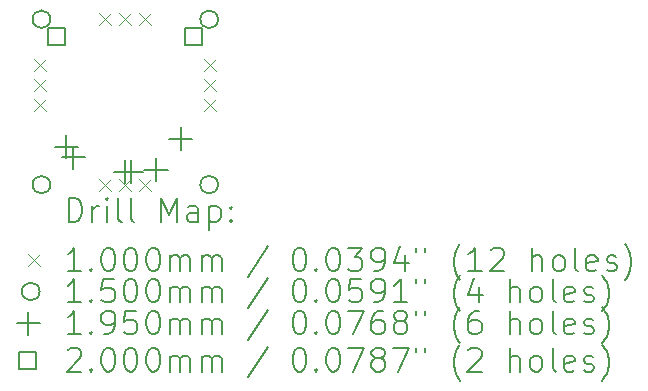
<source format=gbr>
%TF.GenerationSoftware,KiCad,Pcbnew,7.0.2*%
%TF.CreationDate,2023-05-08T22:42:52+02:00*%
%TF.ProjectId,verasity_PCB,76657261-7369-4747-995f-5043422e6b69,rev?*%
%TF.SameCoordinates,Original*%
%TF.FileFunction,Drillmap*%
%TF.FilePolarity,Positive*%
%FSLAX45Y45*%
G04 Gerber Fmt 4.5, Leading zero omitted, Abs format (unit mm)*
G04 Created by KiCad (PCBNEW 7.0.2) date 2023-05-08 22:42:52*
%MOMM*%
%LPD*%
G01*
G04 APERTURE LIST*
%ADD10C,0.200000*%
%ADD11C,0.100000*%
%ADD12C,0.150000*%
%ADD13C,0.195000*%
G04 APERTURE END LIST*
D10*
D11*
X6342000Y-8652000D02*
X6442000Y-8752000D01*
X6442000Y-8652000D02*
X6342000Y-8752000D01*
X6342000Y-8822000D02*
X6442000Y-8922000D01*
X6442000Y-8822000D02*
X6342000Y-8922000D01*
X6342000Y-8992000D02*
X6442000Y-9092000D01*
X6442000Y-8992000D02*
X6342000Y-9092000D01*
X6892000Y-8267000D02*
X6992000Y-8367000D01*
X6992000Y-8267000D02*
X6892000Y-8367000D01*
X6892000Y-9667000D02*
X6992000Y-9767000D01*
X6992000Y-9667000D02*
X6892000Y-9767000D01*
X7062000Y-8267000D02*
X7162000Y-8367000D01*
X7162000Y-8267000D02*
X7062000Y-8367000D01*
X7062000Y-9667000D02*
X7162000Y-9767000D01*
X7162000Y-9667000D02*
X7062000Y-9767000D01*
X7232000Y-8267000D02*
X7332000Y-8367000D01*
X7332000Y-8267000D02*
X7232000Y-8367000D01*
X7232000Y-9667000D02*
X7332000Y-9767000D01*
X7332000Y-9667000D02*
X7232000Y-9767000D01*
X7782000Y-8652000D02*
X7882000Y-8752000D01*
X7882000Y-8652000D02*
X7782000Y-8752000D01*
X7782000Y-8822000D02*
X7882000Y-8922000D01*
X7882000Y-8822000D02*
X7782000Y-8922000D01*
X7782000Y-8992000D02*
X7882000Y-9092000D01*
X7882000Y-8992000D02*
X7782000Y-9092000D01*
D12*
X6477000Y-8317000D02*
G75*
G03*
X6477000Y-8317000I-75000J0D01*
G01*
X6477000Y-9717000D02*
G75*
G03*
X6477000Y-9717000I-75000J0D01*
G01*
X7897000Y-8317000D02*
G75*
G03*
X7897000Y-8317000I-75000J0D01*
G01*
X7897000Y-9717000D02*
G75*
G03*
X7897000Y-9717000I-75000J0D01*
G01*
D13*
X6612000Y-9299500D02*
X6612000Y-9494500D01*
X6514500Y-9397000D02*
X6709500Y-9397000D01*
X6672000Y-9389500D02*
X6672000Y-9584500D01*
X6574500Y-9487000D02*
X6769500Y-9487000D01*
X7112000Y-9509500D02*
X7112000Y-9704500D01*
X7014500Y-9607000D02*
X7209500Y-9607000D01*
X7162000Y-9509500D02*
X7162000Y-9704500D01*
X7064500Y-9607000D02*
X7259500Y-9607000D01*
X7372000Y-9494500D02*
X7372000Y-9689500D01*
X7274500Y-9592000D02*
X7469500Y-9592000D01*
X7582000Y-9229500D02*
X7582000Y-9424500D01*
X7484500Y-9327000D02*
X7679500Y-9327000D01*
D10*
X6602711Y-8532711D02*
X6602711Y-8391289D01*
X6461289Y-8391289D01*
X6461289Y-8532711D01*
X6602711Y-8532711D01*
X7762711Y-8532711D02*
X7762711Y-8391289D01*
X7621289Y-8391289D01*
X7621289Y-8532711D01*
X7762711Y-8532711D01*
X6634119Y-10030024D02*
X6634119Y-9830024D01*
X6634119Y-9830024D02*
X6681738Y-9830024D01*
X6681738Y-9830024D02*
X6710309Y-9839548D01*
X6710309Y-9839548D02*
X6729357Y-9858595D01*
X6729357Y-9858595D02*
X6738881Y-9877643D01*
X6738881Y-9877643D02*
X6748405Y-9915738D01*
X6748405Y-9915738D02*
X6748405Y-9944310D01*
X6748405Y-9944310D02*
X6738881Y-9982405D01*
X6738881Y-9982405D02*
X6729357Y-10001452D01*
X6729357Y-10001452D02*
X6710309Y-10020500D01*
X6710309Y-10020500D02*
X6681738Y-10030024D01*
X6681738Y-10030024D02*
X6634119Y-10030024D01*
X6834119Y-10030024D02*
X6834119Y-9896690D01*
X6834119Y-9934786D02*
X6843643Y-9915738D01*
X6843643Y-9915738D02*
X6853167Y-9906214D01*
X6853167Y-9906214D02*
X6872214Y-9896690D01*
X6872214Y-9896690D02*
X6891262Y-9896690D01*
X6957928Y-10030024D02*
X6957928Y-9896690D01*
X6957928Y-9830024D02*
X6948405Y-9839548D01*
X6948405Y-9839548D02*
X6957928Y-9849071D01*
X6957928Y-9849071D02*
X6967452Y-9839548D01*
X6967452Y-9839548D02*
X6957928Y-9830024D01*
X6957928Y-9830024D02*
X6957928Y-9849071D01*
X7081738Y-10030024D02*
X7062690Y-10020500D01*
X7062690Y-10020500D02*
X7053167Y-10001452D01*
X7053167Y-10001452D02*
X7053167Y-9830024D01*
X7186500Y-10030024D02*
X7167452Y-10020500D01*
X7167452Y-10020500D02*
X7157928Y-10001452D01*
X7157928Y-10001452D02*
X7157928Y-9830024D01*
X7415071Y-10030024D02*
X7415071Y-9830024D01*
X7415071Y-9830024D02*
X7481738Y-9972881D01*
X7481738Y-9972881D02*
X7548405Y-9830024D01*
X7548405Y-9830024D02*
X7548405Y-10030024D01*
X7729357Y-10030024D02*
X7729357Y-9925262D01*
X7729357Y-9925262D02*
X7719833Y-9906214D01*
X7719833Y-9906214D02*
X7700786Y-9896690D01*
X7700786Y-9896690D02*
X7662690Y-9896690D01*
X7662690Y-9896690D02*
X7643643Y-9906214D01*
X7729357Y-10020500D02*
X7710309Y-10030024D01*
X7710309Y-10030024D02*
X7662690Y-10030024D01*
X7662690Y-10030024D02*
X7643643Y-10020500D01*
X7643643Y-10020500D02*
X7634119Y-10001452D01*
X7634119Y-10001452D02*
X7634119Y-9982405D01*
X7634119Y-9982405D02*
X7643643Y-9963357D01*
X7643643Y-9963357D02*
X7662690Y-9953833D01*
X7662690Y-9953833D02*
X7710309Y-9953833D01*
X7710309Y-9953833D02*
X7729357Y-9944310D01*
X7824595Y-9896690D02*
X7824595Y-10096690D01*
X7824595Y-9906214D02*
X7843643Y-9896690D01*
X7843643Y-9896690D02*
X7881738Y-9896690D01*
X7881738Y-9896690D02*
X7900786Y-9906214D01*
X7900786Y-9906214D02*
X7910309Y-9915738D01*
X7910309Y-9915738D02*
X7919833Y-9934786D01*
X7919833Y-9934786D02*
X7919833Y-9991929D01*
X7919833Y-9991929D02*
X7910309Y-10010976D01*
X7910309Y-10010976D02*
X7900786Y-10020500D01*
X7900786Y-10020500D02*
X7881738Y-10030024D01*
X7881738Y-10030024D02*
X7843643Y-10030024D01*
X7843643Y-10030024D02*
X7824595Y-10020500D01*
X8005548Y-10010976D02*
X8015071Y-10020500D01*
X8015071Y-10020500D02*
X8005548Y-10030024D01*
X8005548Y-10030024D02*
X7996024Y-10020500D01*
X7996024Y-10020500D02*
X8005548Y-10010976D01*
X8005548Y-10010976D02*
X8005548Y-10030024D01*
X8005548Y-9906214D02*
X8015071Y-9915738D01*
X8015071Y-9915738D02*
X8005548Y-9925262D01*
X8005548Y-9925262D02*
X7996024Y-9915738D01*
X7996024Y-9915738D02*
X8005548Y-9906214D01*
X8005548Y-9906214D02*
X8005548Y-9925262D01*
D11*
X6286500Y-10307500D02*
X6386500Y-10407500D01*
X6386500Y-10307500D02*
X6286500Y-10407500D01*
D10*
X6738881Y-10450024D02*
X6624595Y-10450024D01*
X6681738Y-10450024D02*
X6681738Y-10250024D01*
X6681738Y-10250024D02*
X6662690Y-10278595D01*
X6662690Y-10278595D02*
X6643643Y-10297643D01*
X6643643Y-10297643D02*
X6624595Y-10307167D01*
X6824595Y-10430976D02*
X6834119Y-10440500D01*
X6834119Y-10440500D02*
X6824595Y-10450024D01*
X6824595Y-10450024D02*
X6815071Y-10440500D01*
X6815071Y-10440500D02*
X6824595Y-10430976D01*
X6824595Y-10430976D02*
X6824595Y-10450024D01*
X6957928Y-10250024D02*
X6976976Y-10250024D01*
X6976976Y-10250024D02*
X6996024Y-10259548D01*
X6996024Y-10259548D02*
X7005548Y-10269071D01*
X7005548Y-10269071D02*
X7015071Y-10288119D01*
X7015071Y-10288119D02*
X7024595Y-10326214D01*
X7024595Y-10326214D02*
X7024595Y-10373833D01*
X7024595Y-10373833D02*
X7015071Y-10411929D01*
X7015071Y-10411929D02*
X7005548Y-10430976D01*
X7005548Y-10430976D02*
X6996024Y-10440500D01*
X6996024Y-10440500D02*
X6976976Y-10450024D01*
X6976976Y-10450024D02*
X6957928Y-10450024D01*
X6957928Y-10450024D02*
X6938881Y-10440500D01*
X6938881Y-10440500D02*
X6929357Y-10430976D01*
X6929357Y-10430976D02*
X6919833Y-10411929D01*
X6919833Y-10411929D02*
X6910309Y-10373833D01*
X6910309Y-10373833D02*
X6910309Y-10326214D01*
X6910309Y-10326214D02*
X6919833Y-10288119D01*
X6919833Y-10288119D02*
X6929357Y-10269071D01*
X6929357Y-10269071D02*
X6938881Y-10259548D01*
X6938881Y-10259548D02*
X6957928Y-10250024D01*
X7148405Y-10250024D02*
X7167452Y-10250024D01*
X7167452Y-10250024D02*
X7186500Y-10259548D01*
X7186500Y-10259548D02*
X7196024Y-10269071D01*
X7196024Y-10269071D02*
X7205548Y-10288119D01*
X7205548Y-10288119D02*
X7215071Y-10326214D01*
X7215071Y-10326214D02*
X7215071Y-10373833D01*
X7215071Y-10373833D02*
X7205548Y-10411929D01*
X7205548Y-10411929D02*
X7196024Y-10430976D01*
X7196024Y-10430976D02*
X7186500Y-10440500D01*
X7186500Y-10440500D02*
X7167452Y-10450024D01*
X7167452Y-10450024D02*
X7148405Y-10450024D01*
X7148405Y-10450024D02*
X7129357Y-10440500D01*
X7129357Y-10440500D02*
X7119833Y-10430976D01*
X7119833Y-10430976D02*
X7110309Y-10411929D01*
X7110309Y-10411929D02*
X7100786Y-10373833D01*
X7100786Y-10373833D02*
X7100786Y-10326214D01*
X7100786Y-10326214D02*
X7110309Y-10288119D01*
X7110309Y-10288119D02*
X7119833Y-10269071D01*
X7119833Y-10269071D02*
X7129357Y-10259548D01*
X7129357Y-10259548D02*
X7148405Y-10250024D01*
X7338881Y-10250024D02*
X7357929Y-10250024D01*
X7357929Y-10250024D02*
X7376976Y-10259548D01*
X7376976Y-10259548D02*
X7386500Y-10269071D01*
X7386500Y-10269071D02*
X7396024Y-10288119D01*
X7396024Y-10288119D02*
X7405548Y-10326214D01*
X7405548Y-10326214D02*
X7405548Y-10373833D01*
X7405548Y-10373833D02*
X7396024Y-10411929D01*
X7396024Y-10411929D02*
X7386500Y-10430976D01*
X7386500Y-10430976D02*
X7376976Y-10440500D01*
X7376976Y-10440500D02*
X7357929Y-10450024D01*
X7357929Y-10450024D02*
X7338881Y-10450024D01*
X7338881Y-10450024D02*
X7319833Y-10440500D01*
X7319833Y-10440500D02*
X7310309Y-10430976D01*
X7310309Y-10430976D02*
X7300786Y-10411929D01*
X7300786Y-10411929D02*
X7291262Y-10373833D01*
X7291262Y-10373833D02*
X7291262Y-10326214D01*
X7291262Y-10326214D02*
X7300786Y-10288119D01*
X7300786Y-10288119D02*
X7310309Y-10269071D01*
X7310309Y-10269071D02*
X7319833Y-10259548D01*
X7319833Y-10259548D02*
X7338881Y-10250024D01*
X7491262Y-10450024D02*
X7491262Y-10316690D01*
X7491262Y-10335738D02*
X7500786Y-10326214D01*
X7500786Y-10326214D02*
X7519833Y-10316690D01*
X7519833Y-10316690D02*
X7548405Y-10316690D01*
X7548405Y-10316690D02*
X7567452Y-10326214D01*
X7567452Y-10326214D02*
X7576976Y-10345262D01*
X7576976Y-10345262D02*
X7576976Y-10450024D01*
X7576976Y-10345262D02*
X7586500Y-10326214D01*
X7586500Y-10326214D02*
X7605548Y-10316690D01*
X7605548Y-10316690D02*
X7634119Y-10316690D01*
X7634119Y-10316690D02*
X7653167Y-10326214D01*
X7653167Y-10326214D02*
X7662690Y-10345262D01*
X7662690Y-10345262D02*
X7662690Y-10450024D01*
X7757929Y-10450024D02*
X7757929Y-10316690D01*
X7757929Y-10335738D02*
X7767452Y-10326214D01*
X7767452Y-10326214D02*
X7786500Y-10316690D01*
X7786500Y-10316690D02*
X7815071Y-10316690D01*
X7815071Y-10316690D02*
X7834119Y-10326214D01*
X7834119Y-10326214D02*
X7843643Y-10345262D01*
X7843643Y-10345262D02*
X7843643Y-10450024D01*
X7843643Y-10345262D02*
X7853167Y-10326214D01*
X7853167Y-10326214D02*
X7872214Y-10316690D01*
X7872214Y-10316690D02*
X7900786Y-10316690D01*
X7900786Y-10316690D02*
X7919833Y-10326214D01*
X7919833Y-10326214D02*
X7929357Y-10345262D01*
X7929357Y-10345262D02*
X7929357Y-10450024D01*
X8319833Y-10240500D02*
X8148405Y-10497643D01*
X8576976Y-10250024D02*
X8596024Y-10250024D01*
X8596024Y-10250024D02*
X8615072Y-10259548D01*
X8615072Y-10259548D02*
X8624595Y-10269071D01*
X8624595Y-10269071D02*
X8634119Y-10288119D01*
X8634119Y-10288119D02*
X8643643Y-10326214D01*
X8643643Y-10326214D02*
X8643643Y-10373833D01*
X8643643Y-10373833D02*
X8634119Y-10411929D01*
X8634119Y-10411929D02*
X8624595Y-10430976D01*
X8624595Y-10430976D02*
X8615072Y-10440500D01*
X8615072Y-10440500D02*
X8596024Y-10450024D01*
X8596024Y-10450024D02*
X8576976Y-10450024D01*
X8576976Y-10450024D02*
X8557929Y-10440500D01*
X8557929Y-10440500D02*
X8548405Y-10430976D01*
X8548405Y-10430976D02*
X8538881Y-10411929D01*
X8538881Y-10411929D02*
X8529357Y-10373833D01*
X8529357Y-10373833D02*
X8529357Y-10326214D01*
X8529357Y-10326214D02*
X8538881Y-10288119D01*
X8538881Y-10288119D02*
X8548405Y-10269071D01*
X8548405Y-10269071D02*
X8557929Y-10259548D01*
X8557929Y-10259548D02*
X8576976Y-10250024D01*
X8729357Y-10430976D02*
X8738881Y-10440500D01*
X8738881Y-10440500D02*
X8729357Y-10450024D01*
X8729357Y-10450024D02*
X8719834Y-10440500D01*
X8719834Y-10440500D02*
X8729357Y-10430976D01*
X8729357Y-10430976D02*
X8729357Y-10450024D01*
X8862691Y-10250024D02*
X8881738Y-10250024D01*
X8881738Y-10250024D02*
X8900786Y-10259548D01*
X8900786Y-10259548D02*
X8910310Y-10269071D01*
X8910310Y-10269071D02*
X8919834Y-10288119D01*
X8919834Y-10288119D02*
X8929357Y-10326214D01*
X8929357Y-10326214D02*
X8929357Y-10373833D01*
X8929357Y-10373833D02*
X8919834Y-10411929D01*
X8919834Y-10411929D02*
X8910310Y-10430976D01*
X8910310Y-10430976D02*
X8900786Y-10440500D01*
X8900786Y-10440500D02*
X8881738Y-10450024D01*
X8881738Y-10450024D02*
X8862691Y-10450024D01*
X8862691Y-10450024D02*
X8843643Y-10440500D01*
X8843643Y-10440500D02*
X8834119Y-10430976D01*
X8834119Y-10430976D02*
X8824595Y-10411929D01*
X8824595Y-10411929D02*
X8815072Y-10373833D01*
X8815072Y-10373833D02*
X8815072Y-10326214D01*
X8815072Y-10326214D02*
X8824595Y-10288119D01*
X8824595Y-10288119D02*
X8834119Y-10269071D01*
X8834119Y-10269071D02*
X8843643Y-10259548D01*
X8843643Y-10259548D02*
X8862691Y-10250024D01*
X8996024Y-10250024D02*
X9119834Y-10250024D01*
X9119834Y-10250024D02*
X9053167Y-10326214D01*
X9053167Y-10326214D02*
X9081738Y-10326214D01*
X9081738Y-10326214D02*
X9100786Y-10335738D01*
X9100786Y-10335738D02*
X9110310Y-10345262D01*
X9110310Y-10345262D02*
X9119834Y-10364310D01*
X9119834Y-10364310D02*
X9119834Y-10411929D01*
X9119834Y-10411929D02*
X9110310Y-10430976D01*
X9110310Y-10430976D02*
X9100786Y-10440500D01*
X9100786Y-10440500D02*
X9081738Y-10450024D01*
X9081738Y-10450024D02*
X9024595Y-10450024D01*
X9024595Y-10450024D02*
X9005548Y-10440500D01*
X9005548Y-10440500D02*
X8996024Y-10430976D01*
X9215072Y-10450024D02*
X9253167Y-10450024D01*
X9253167Y-10450024D02*
X9272215Y-10440500D01*
X9272215Y-10440500D02*
X9281738Y-10430976D01*
X9281738Y-10430976D02*
X9300786Y-10402405D01*
X9300786Y-10402405D02*
X9310310Y-10364310D01*
X9310310Y-10364310D02*
X9310310Y-10288119D01*
X9310310Y-10288119D02*
X9300786Y-10269071D01*
X9300786Y-10269071D02*
X9291262Y-10259548D01*
X9291262Y-10259548D02*
X9272215Y-10250024D01*
X9272215Y-10250024D02*
X9234119Y-10250024D01*
X9234119Y-10250024D02*
X9215072Y-10259548D01*
X9215072Y-10259548D02*
X9205548Y-10269071D01*
X9205548Y-10269071D02*
X9196024Y-10288119D01*
X9196024Y-10288119D02*
X9196024Y-10335738D01*
X9196024Y-10335738D02*
X9205548Y-10354786D01*
X9205548Y-10354786D02*
X9215072Y-10364310D01*
X9215072Y-10364310D02*
X9234119Y-10373833D01*
X9234119Y-10373833D02*
X9272215Y-10373833D01*
X9272215Y-10373833D02*
X9291262Y-10364310D01*
X9291262Y-10364310D02*
X9300786Y-10354786D01*
X9300786Y-10354786D02*
X9310310Y-10335738D01*
X9481738Y-10316690D02*
X9481738Y-10450024D01*
X9434119Y-10240500D02*
X9386500Y-10383357D01*
X9386500Y-10383357D02*
X9510310Y-10383357D01*
X9576976Y-10250024D02*
X9576976Y-10288119D01*
X9653167Y-10250024D02*
X9653167Y-10288119D01*
X9948405Y-10526214D02*
X9938881Y-10516690D01*
X9938881Y-10516690D02*
X9919834Y-10488119D01*
X9919834Y-10488119D02*
X9910310Y-10469071D01*
X9910310Y-10469071D02*
X9900786Y-10440500D01*
X9900786Y-10440500D02*
X9891262Y-10392881D01*
X9891262Y-10392881D02*
X9891262Y-10354786D01*
X9891262Y-10354786D02*
X9900786Y-10307167D01*
X9900786Y-10307167D02*
X9910310Y-10278595D01*
X9910310Y-10278595D02*
X9919834Y-10259548D01*
X9919834Y-10259548D02*
X9938881Y-10230976D01*
X9938881Y-10230976D02*
X9948405Y-10221452D01*
X10129357Y-10450024D02*
X10015072Y-10450024D01*
X10072215Y-10450024D02*
X10072215Y-10250024D01*
X10072215Y-10250024D02*
X10053167Y-10278595D01*
X10053167Y-10278595D02*
X10034119Y-10297643D01*
X10034119Y-10297643D02*
X10015072Y-10307167D01*
X10205548Y-10269071D02*
X10215072Y-10259548D01*
X10215072Y-10259548D02*
X10234119Y-10250024D01*
X10234119Y-10250024D02*
X10281738Y-10250024D01*
X10281738Y-10250024D02*
X10300786Y-10259548D01*
X10300786Y-10259548D02*
X10310310Y-10269071D01*
X10310310Y-10269071D02*
X10319834Y-10288119D01*
X10319834Y-10288119D02*
X10319834Y-10307167D01*
X10319834Y-10307167D02*
X10310310Y-10335738D01*
X10310310Y-10335738D02*
X10196024Y-10450024D01*
X10196024Y-10450024D02*
X10319834Y-10450024D01*
X10557929Y-10450024D02*
X10557929Y-10250024D01*
X10643643Y-10450024D02*
X10643643Y-10345262D01*
X10643643Y-10345262D02*
X10634119Y-10326214D01*
X10634119Y-10326214D02*
X10615072Y-10316690D01*
X10615072Y-10316690D02*
X10586500Y-10316690D01*
X10586500Y-10316690D02*
X10567453Y-10326214D01*
X10567453Y-10326214D02*
X10557929Y-10335738D01*
X10767453Y-10450024D02*
X10748405Y-10440500D01*
X10748405Y-10440500D02*
X10738881Y-10430976D01*
X10738881Y-10430976D02*
X10729358Y-10411929D01*
X10729358Y-10411929D02*
X10729358Y-10354786D01*
X10729358Y-10354786D02*
X10738881Y-10335738D01*
X10738881Y-10335738D02*
X10748405Y-10326214D01*
X10748405Y-10326214D02*
X10767453Y-10316690D01*
X10767453Y-10316690D02*
X10796024Y-10316690D01*
X10796024Y-10316690D02*
X10815072Y-10326214D01*
X10815072Y-10326214D02*
X10824596Y-10335738D01*
X10824596Y-10335738D02*
X10834119Y-10354786D01*
X10834119Y-10354786D02*
X10834119Y-10411929D01*
X10834119Y-10411929D02*
X10824596Y-10430976D01*
X10824596Y-10430976D02*
X10815072Y-10440500D01*
X10815072Y-10440500D02*
X10796024Y-10450024D01*
X10796024Y-10450024D02*
X10767453Y-10450024D01*
X10948405Y-10450024D02*
X10929358Y-10440500D01*
X10929358Y-10440500D02*
X10919834Y-10421452D01*
X10919834Y-10421452D02*
X10919834Y-10250024D01*
X11100786Y-10440500D02*
X11081739Y-10450024D01*
X11081739Y-10450024D02*
X11043643Y-10450024D01*
X11043643Y-10450024D02*
X11024596Y-10440500D01*
X11024596Y-10440500D02*
X11015072Y-10421452D01*
X11015072Y-10421452D02*
X11015072Y-10345262D01*
X11015072Y-10345262D02*
X11024596Y-10326214D01*
X11024596Y-10326214D02*
X11043643Y-10316690D01*
X11043643Y-10316690D02*
X11081739Y-10316690D01*
X11081739Y-10316690D02*
X11100786Y-10326214D01*
X11100786Y-10326214D02*
X11110310Y-10345262D01*
X11110310Y-10345262D02*
X11110310Y-10364310D01*
X11110310Y-10364310D02*
X11015072Y-10383357D01*
X11186500Y-10440500D02*
X11205548Y-10450024D01*
X11205548Y-10450024D02*
X11243643Y-10450024D01*
X11243643Y-10450024D02*
X11262691Y-10440500D01*
X11262691Y-10440500D02*
X11272215Y-10421452D01*
X11272215Y-10421452D02*
X11272215Y-10411929D01*
X11272215Y-10411929D02*
X11262691Y-10392881D01*
X11262691Y-10392881D02*
X11243643Y-10383357D01*
X11243643Y-10383357D02*
X11215072Y-10383357D01*
X11215072Y-10383357D02*
X11196024Y-10373833D01*
X11196024Y-10373833D02*
X11186500Y-10354786D01*
X11186500Y-10354786D02*
X11186500Y-10345262D01*
X11186500Y-10345262D02*
X11196024Y-10326214D01*
X11196024Y-10326214D02*
X11215072Y-10316690D01*
X11215072Y-10316690D02*
X11243643Y-10316690D01*
X11243643Y-10316690D02*
X11262691Y-10326214D01*
X11338881Y-10526214D02*
X11348405Y-10516690D01*
X11348405Y-10516690D02*
X11367453Y-10488119D01*
X11367453Y-10488119D02*
X11376977Y-10469071D01*
X11376977Y-10469071D02*
X11386500Y-10440500D01*
X11386500Y-10440500D02*
X11396024Y-10392881D01*
X11396024Y-10392881D02*
X11396024Y-10354786D01*
X11396024Y-10354786D02*
X11386500Y-10307167D01*
X11386500Y-10307167D02*
X11376977Y-10278595D01*
X11376977Y-10278595D02*
X11367453Y-10259548D01*
X11367453Y-10259548D02*
X11348405Y-10230976D01*
X11348405Y-10230976D02*
X11338881Y-10221452D01*
D12*
X6386500Y-10621500D02*
G75*
G03*
X6386500Y-10621500I-75000J0D01*
G01*
D10*
X6738881Y-10714024D02*
X6624595Y-10714024D01*
X6681738Y-10714024D02*
X6681738Y-10514024D01*
X6681738Y-10514024D02*
X6662690Y-10542595D01*
X6662690Y-10542595D02*
X6643643Y-10561643D01*
X6643643Y-10561643D02*
X6624595Y-10571167D01*
X6824595Y-10694976D02*
X6834119Y-10704500D01*
X6834119Y-10704500D02*
X6824595Y-10714024D01*
X6824595Y-10714024D02*
X6815071Y-10704500D01*
X6815071Y-10704500D02*
X6824595Y-10694976D01*
X6824595Y-10694976D02*
X6824595Y-10714024D01*
X7015071Y-10514024D02*
X6919833Y-10514024D01*
X6919833Y-10514024D02*
X6910309Y-10609262D01*
X6910309Y-10609262D02*
X6919833Y-10599738D01*
X6919833Y-10599738D02*
X6938881Y-10590214D01*
X6938881Y-10590214D02*
X6986500Y-10590214D01*
X6986500Y-10590214D02*
X7005548Y-10599738D01*
X7005548Y-10599738D02*
X7015071Y-10609262D01*
X7015071Y-10609262D02*
X7024595Y-10628310D01*
X7024595Y-10628310D02*
X7024595Y-10675929D01*
X7024595Y-10675929D02*
X7015071Y-10694976D01*
X7015071Y-10694976D02*
X7005548Y-10704500D01*
X7005548Y-10704500D02*
X6986500Y-10714024D01*
X6986500Y-10714024D02*
X6938881Y-10714024D01*
X6938881Y-10714024D02*
X6919833Y-10704500D01*
X6919833Y-10704500D02*
X6910309Y-10694976D01*
X7148405Y-10514024D02*
X7167452Y-10514024D01*
X7167452Y-10514024D02*
X7186500Y-10523548D01*
X7186500Y-10523548D02*
X7196024Y-10533071D01*
X7196024Y-10533071D02*
X7205548Y-10552119D01*
X7205548Y-10552119D02*
X7215071Y-10590214D01*
X7215071Y-10590214D02*
X7215071Y-10637833D01*
X7215071Y-10637833D02*
X7205548Y-10675929D01*
X7205548Y-10675929D02*
X7196024Y-10694976D01*
X7196024Y-10694976D02*
X7186500Y-10704500D01*
X7186500Y-10704500D02*
X7167452Y-10714024D01*
X7167452Y-10714024D02*
X7148405Y-10714024D01*
X7148405Y-10714024D02*
X7129357Y-10704500D01*
X7129357Y-10704500D02*
X7119833Y-10694976D01*
X7119833Y-10694976D02*
X7110309Y-10675929D01*
X7110309Y-10675929D02*
X7100786Y-10637833D01*
X7100786Y-10637833D02*
X7100786Y-10590214D01*
X7100786Y-10590214D02*
X7110309Y-10552119D01*
X7110309Y-10552119D02*
X7119833Y-10533071D01*
X7119833Y-10533071D02*
X7129357Y-10523548D01*
X7129357Y-10523548D02*
X7148405Y-10514024D01*
X7338881Y-10514024D02*
X7357929Y-10514024D01*
X7357929Y-10514024D02*
X7376976Y-10523548D01*
X7376976Y-10523548D02*
X7386500Y-10533071D01*
X7386500Y-10533071D02*
X7396024Y-10552119D01*
X7396024Y-10552119D02*
X7405548Y-10590214D01*
X7405548Y-10590214D02*
X7405548Y-10637833D01*
X7405548Y-10637833D02*
X7396024Y-10675929D01*
X7396024Y-10675929D02*
X7386500Y-10694976D01*
X7386500Y-10694976D02*
X7376976Y-10704500D01*
X7376976Y-10704500D02*
X7357929Y-10714024D01*
X7357929Y-10714024D02*
X7338881Y-10714024D01*
X7338881Y-10714024D02*
X7319833Y-10704500D01*
X7319833Y-10704500D02*
X7310309Y-10694976D01*
X7310309Y-10694976D02*
X7300786Y-10675929D01*
X7300786Y-10675929D02*
X7291262Y-10637833D01*
X7291262Y-10637833D02*
X7291262Y-10590214D01*
X7291262Y-10590214D02*
X7300786Y-10552119D01*
X7300786Y-10552119D02*
X7310309Y-10533071D01*
X7310309Y-10533071D02*
X7319833Y-10523548D01*
X7319833Y-10523548D02*
X7338881Y-10514024D01*
X7491262Y-10714024D02*
X7491262Y-10580690D01*
X7491262Y-10599738D02*
X7500786Y-10590214D01*
X7500786Y-10590214D02*
X7519833Y-10580690D01*
X7519833Y-10580690D02*
X7548405Y-10580690D01*
X7548405Y-10580690D02*
X7567452Y-10590214D01*
X7567452Y-10590214D02*
X7576976Y-10609262D01*
X7576976Y-10609262D02*
X7576976Y-10714024D01*
X7576976Y-10609262D02*
X7586500Y-10590214D01*
X7586500Y-10590214D02*
X7605548Y-10580690D01*
X7605548Y-10580690D02*
X7634119Y-10580690D01*
X7634119Y-10580690D02*
X7653167Y-10590214D01*
X7653167Y-10590214D02*
X7662690Y-10609262D01*
X7662690Y-10609262D02*
X7662690Y-10714024D01*
X7757929Y-10714024D02*
X7757929Y-10580690D01*
X7757929Y-10599738D02*
X7767452Y-10590214D01*
X7767452Y-10590214D02*
X7786500Y-10580690D01*
X7786500Y-10580690D02*
X7815071Y-10580690D01*
X7815071Y-10580690D02*
X7834119Y-10590214D01*
X7834119Y-10590214D02*
X7843643Y-10609262D01*
X7843643Y-10609262D02*
X7843643Y-10714024D01*
X7843643Y-10609262D02*
X7853167Y-10590214D01*
X7853167Y-10590214D02*
X7872214Y-10580690D01*
X7872214Y-10580690D02*
X7900786Y-10580690D01*
X7900786Y-10580690D02*
X7919833Y-10590214D01*
X7919833Y-10590214D02*
X7929357Y-10609262D01*
X7929357Y-10609262D02*
X7929357Y-10714024D01*
X8319833Y-10504500D02*
X8148405Y-10761643D01*
X8576976Y-10514024D02*
X8596024Y-10514024D01*
X8596024Y-10514024D02*
X8615072Y-10523548D01*
X8615072Y-10523548D02*
X8624595Y-10533071D01*
X8624595Y-10533071D02*
X8634119Y-10552119D01*
X8634119Y-10552119D02*
X8643643Y-10590214D01*
X8643643Y-10590214D02*
X8643643Y-10637833D01*
X8643643Y-10637833D02*
X8634119Y-10675929D01*
X8634119Y-10675929D02*
X8624595Y-10694976D01*
X8624595Y-10694976D02*
X8615072Y-10704500D01*
X8615072Y-10704500D02*
X8596024Y-10714024D01*
X8596024Y-10714024D02*
X8576976Y-10714024D01*
X8576976Y-10714024D02*
X8557929Y-10704500D01*
X8557929Y-10704500D02*
X8548405Y-10694976D01*
X8548405Y-10694976D02*
X8538881Y-10675929D01*
X8538881Y-10675929D02*
X8529357Y-10637833D01*
X8529357Y-10637833D02*
X8529357Y-10590214D01*
X8529357Y-10590214D02*
X8538881Y-10552119D01*
X8538881Y-10552119D02*
X8548405Y-10533071D01*
X8548405Y-10533071D02*
X8557929Y-10523548D01*
X8557929Y-10523548D02*
X8576976Y-10514024D01*
X8729357Y-10694976D02*
X8738881Y-10704500D01*
X8738881Y-10704500D02*
X8729357Y-10714024D01*
X8729357Y-10714024D02*
X8719834Y-10704500D01*
X8719834Y-10704500D02*
X8729357Y-10694976D01*
X8729357Y-10694976D02*
X8729357Y-10714024D01*
X8862691Y-10514024D02*
X8881738Y-10514024D01*
X8881738Y-10514024D02*
X8900786Y-10523548D01*
X8900786Y-10523548D02*
X8910310Y-10533071D01*
X8910310Y-10533071D02*
X8919834Y-10552119D01*
X8919834Y-10552119D02*
X8929357Y-10590214D01*
X8929357Y-10590214D02*
X8929357Y-10637833D01*
X8929357Y-10637833D02*
X8919834Y-10675929D01*
X8919834Y-10675929D02*
X8910310Y-10694976D01*
X8910310Y-10694976D02*
X8900786Y-10704500D01*
X8900786Y-10704500D02*
X8881738Y-10714024D01*
X8881738Y-10714024D02*
X8862691Y-10714024D01*
X8862691Y-10714024D02*
X8843643Y-10704500D01*
X8843643Y-10704500D02*
X8834119Y-10694976D01*
X8834119Y-10694976D02*
X8824595Y-10675929D01*
X8824595Y-10675929D02*
X8815072Y-10637833D01*
X8815072Y-10637833D02*
X8815072Y-10590214D01*
X8815072Y-10590214D02*
X8824595Y-10552119D01*
X8824595Y-10552119D02*
X8834119Y-10533071D01*
X8834119Y-10533071D02*
X8843643Y-10523548D01*
X8843643Y-10523548D02*
X8862691Y-10514024D01*
X9110310Y-10514024D02*
X9015072Y-10514024D01*
X9015072Y-10514024D02*
X9005548Y-10609262D01*
X9005548Y-10609262D02*
X9015072Y-10599738D01*
X9015072Y-10599738D02*
X9034119Y-10590214D01*
X9034119Y-10590214D02*
X9081738Y-10590214D01*
X9081738Y-10590214D02*
X9100786Y-10599738D01*
X9100786Y-10599738D02*
X9110310Y-10609262D01*
X9110310Y-10609262D02*
X9119834Y-10628310D01*
X9119834Y-10628310D02*
X9119834Y-10675929D01*
X9119834Y-10675929D02*
X9110310Y-10694976D01*
X9110310Y-10694976D02*
X9100786Y-10704500D01*
X9100786Y-10704500D02*
X9081738Y-10714024D01*
X9081738Y-10714024D02*
X9034119Y-10714024D01*
X9034119Y-10714024D02*
X9015072Y-10704500D01*
X9015072Y-10704500D02*
X9005548Y-10694976D01*
X9215072Y-10714024D02*
X9253167Y-10714024D01*
X9253167Y-10714024D02*
X9272215Y-10704500D01*
X9272215Y-10704500D02*
X9281738Y-10694976D01*
X9281738Y-10694976D02*
X9300786Y-10666405D01*
X9300786Y-10666405D02*
X9310310Y-10628310D01*
X9310310Y-10628310D02*
X9310310Y-10552119D01*
X9310310Y-10552119D02*
X9300786Y-10533071D01*
X9300786Y-10533071D02*
X9291262Y-10523548D01*
X9291262Y-10523548D02*
X9272215Y-10514024D01*
X9272215Y-10514024D02*
X9234119Y-10514024D01*
X9234119Y-10514024D02*
X9215072Y-10523548D01*
X9215072Y-10523548D02*
X9205548Y-10533071D01*
X9205548Y-10533071D02*
X9196024Y-10552119D01*
X9196024Y-10552119D02*
X9196024Y-10599738D01*
X9196024Y-10599738D02*
X9205548Y-10618786D01*
X9205548Y-10618786D02*
X9215072Y-10628310D01*
X9215072Y-10628310D02*
X9234119Y-10637833D01*
X9234119Y-10637833D02*
X9272215Y-10637833D01*
X9272215Y-10637833D02*
X9291262Y-10628310D01*
X9291262Y-10628310D02*
X9300786Y-10618786D01*
X9300786Y-10618786D02*
X9310310Y-10599738D01*
X9500786Y-10714024D02*
X9386500Y-10714024D01*
X9443643Y-10714024D02*
X9443643Y-10514024D01*
X9443643Y-10514024D02*
X9424595Y-10542595D01*
X9424595Y-10542595D02*
X9405548Y-10561643D01*
X9405548Y-10561643D02*
X9386500Y-10571167D01*
X9576976Y-10514024D02*
X9576976Y-10552119D01*
X9653167Y-10514024D02*
X9653167Y-10552119D01*
X9948405Y-10790214D02*
X9938881Y-10780690D01*
X9938881Y-10780690D02*
X9919834Y-10752119D01*
X9919834Y-10752119D02*
X9910310Y-10733071D01*
X9910310Y-10733071D02*
X9900786Y-10704500D01*
X9900786Y-10704500D02*
X9891262Y-10656881D01*
X9891262Y-10656881D02*
X9891262Y-10618786D01*
X9891262Y-10618786D02*
X9900786Y-10571167D01*
X9900786Y-10571167D02*
X9910310Y-10542595D01*
X9910310Y-10542595D02*
X9919834Y-10523548D01*
X9919834Y-10523548D02*
X9938881Y-10494976D01*
X9938881Y-10494976D02*
X9948405Y-10485452D01*
X10110310Y-10580690D02*
X10110310Y-10714024D01*
X10062691Y-10504500D02*
X10015072Y-10647357D01*
X10015072Y-10647357D02*
X10138881Y-10647357D01*
X10367453Y-10714024D02*
X10367453Y-10514024D01*
X10453167Y-10714024D02*
X10453167Y-10609262D01*
X10453167Y-10609262D02*
X10443643Y-10590214D01*
X10443643Y-10590214D02*
X10424596Y-10580690D01*
X10424596Y-10580690D02*
X10396024Y-10580690D01*
X10396024Y-10580690D02*
X10376977Y-10590214D01*
X10376977Y-10590214D02*
X10367453Y-10599738D01*
X10576977Y-10714024D02*
X10557929Y-10704500D01*
X10557929Y-10704500D02*
X10548405Y-10694976D01*
X10548405Y-10694976D02*
X10538881Y-10675929D01*
X10538881Y-10675929D02*
X10538881Y-10618786D01*
X10538881Y-10618786D02*
X10548405Y-10599738D01*
X10548405Y-10599738D02*
X10557929Y-10590214D01*
X10557929Y-10590214D02*
X10576977Y-10580690D01*
X10576977Y-10580690D02*
X10605548Y-10580690D01*
X10605548Y-10580690D02*
X10624596Y-10590214D01*
X10624596Y-10590214D02*
X10634119Y-10599738D01*
X10634119Y-10599738D02*
X10643643Y-10618786D01*
X10643643Y-10618786D02*
X10643643Y-10675929D01*
X10643643Y-10675929D02*
X10634119Y-10694976D01*
X10634119Y-10694976D02*
X10624596Y-10704500D01*
X10624596Y-10704500D02*
X10605548Y-10714024D01*
X10605548Y-10714024D02*
X10576977Y-10714024D01*
X10757929Y-10714024D02*
X10738881Y-10704500D01*
X10738881Y-10704500D02*
X10729358Y-10685452D01*
X10729358Y-10685452D02*
X10729358Y-10514024D01*
X10910310Y-10704500D02*
X10891262Y-10714024D01*
X10891262Y-10714024D02*
X10853167Y-10714024D01*
X10853167Y-10714024D02*
X10834119Y-10704500D01*
X10834119Y-10704500D02*
X10824596Y-10685452D01*
X10824596Y-10685452D02*
X10824596Y-10609262D01*
X10824596Y-10609262D02*
X10834119Y-10590214D01*
X10834119Y-10590214D02*
X10853167Y-10580690D01*
X10853167Y-10580690D02*
X10891262Y-10580690D01*
X10891262Y-10580690D02*
X10910310Y-10590214D01*
X10910310Y-10590214D02*
X10919834Y-10609262D01*
X10919834Y-10609262D02*
X10919834Y-10628310D01*
X10919834Y-10628310D02*
X10824596Y-10647357D01*
X10996024Y-10704500D02*
X11015072Y-10714024D01*
X11015072Y-10714024D02*
X11053167Y-10714024D01*
X11053167Y-10714024D02*
X11072215Y-10704500D01*
X11072215Y-10704500D02*
X11081739Y-10685452D01*
X11081739Y-10685452D02*
X11081739Y-10675929D01*
X11081739Y-10675929D02*
X11072215Y-10656881D01*
X11072215Y-10656881D02*
X11053167Y-10647357D01*
X11053167Y-10647357D02*
X11024596Y-10647357D01*
X11024596Y-10647357D02*
X11005548Y-10637833D01*
X11005548Y-10637833D02*
X10996024Y-10618786D01*
X10996024Y-10618786D02*
X10996024Y-10609262D01*
X10996024Y-10609262D02*
X11005548Y-10590214D01*
X11005548Y-10590214D02*
X11024596Y-10580690D01*
X11024596Y-10580690D02*
X11053167Y-10580690D01*
X11053167Y-10580690D02*
X11072215Y-10590214D01*
X11148405Y-10790214D02*
X11157929Y-10780690D01*
X11157929Y-10780690D02*
X11176977Y-10752119D01*
X11176977Y-10752119D02*
X11186500Y-10733071D01*
X11186500Y-10733071D02*
X11196024Y-10704500D01*
X11196024Y-10704500D02*
X11205548Y-10656881D01*
X11205548Y-10656881D02*
X11205548Y-10618786D01*
X11205548Y-10618786D02*
X11196024Y-10571167D01*
X11196024Y-10571167D02*
X11186500Y-10542595D01*
X11186500Y-10542595D02*
X11176977Y-10523548D01*
X11176977Y-10523548D02*
X11157929Y-10494976D01*
X11157929Y-10494976D02*
X11148405Y-10485452D01*
D13*
X6289000Y-10794000D02*
X6289000Y-10989000D01*
X6191500Y-10891500D02*
X6386500Y-10891500D01*
D10*
X6738881Y-10984024D02*
X6624595Y-10984024D01*
X6681738Y-10984024D02*
X6681738Y-10784024D01*
X6681738Y-10784024D02*
X6662690Y-10812595D01*
X6662690Y-10812595D02*
X6643643Y-10831643D01*
X6643643Y-10831643D02*
X6624595Y-10841167D01*
X6824595Y-10964976D02*
X6834119Y-10974500D01*
X6834119Y-10974500D02*
X6824595Y-10984024D01*
X6824595Y-10984024D02*
X6815071Y-10974500D01*
X6815071Y-10974500D02*
X6824595Y-10964976D01*
X6824595Y-10964976D02*
X6824595Y-10984024D01*
X6929357Y-10984024D02*
X6967452Y-10984024D01*
X6967452Y-10984024D02*
X6986500Y-10974500D01*
X6986500Y-10974500D02*
X6996024Y-10964976D01*
X6996024Y-10964976D02*
X7015071Y-10936405D01*
X7015071Y-10936405D02*
X7024595Y-10898310D01*
X7024595Y-10898310D02*
X7024595Y-10822119D01*
X7024595Y-10822119D02*
X7015071Y-10803071D01*
X7015071Y-10803071D02*
X7005548Y-10793548D01*
X7005548Y-10793548D02*
X6986500Y-10784024D01*
X6986500Y-10784024D02*
X6948405Y-10784024D01*
X6948405Y-10784024D02*
X6929357Y-10793548D01*
X6929357Y-10793548D02*
X6919833Y-10803071D01*
X6919833Y-10803071D02*
X6910309Y-10822119D01*
X6910309Y-10822119D02*
X6910309Y-10869738D01*
X6910309Y-10869738D02*
X6919833Y-10888786D01*
X6919833Y-10888786D02*
X6929357Y-10898310D01*
X6929357Y-10898310D02*
X6948405Y-10907833D01*
X6948405Y-10907833D02*
X6986500Y-10907833D01*
X6986500Y-10907833D02*
X7005548Y-10898310D01*
X7005548Y-10898310D02*
X7015071Y-10888786D01*
X7015071Y-10888786D02*
X7024595Y-10869738D01*
X7205548Y-10784024D02*
X7110309Y-10784024D01*
X7110309Y-10784024D02*
X7100786Y-10879262D01*
X7100786Y-10879262D02*
X7110309Y-10869738D01*
X7110309Y-10869738D02*
X7129357Y-10860214D01*
X7129357Y-10860214D02*
X7176976Y-10860214D01*
X7176976Y-10860214D02*
X7196024Y-10869738D01*
X7196024Y-10869738D02*
X7205548Y-10879262D01*
X7205548Y-10879262D02*
X7215071Y-10898310D01*
X7215071Y-10898310D02*
X7215071Y-10945929D01*
X7215071Y-10945929D02*
X7205548Y-10964976D01*
X7205548Y-10964976D02*
X7196024Y-10974500D01*
X7196024Y-10974500D02*
X7176976Y-10984024D01*
X7176976Y-10984024D02*
X7129357Y-10984024D01*
X7129357Y-10984024D02*
X7110309Y-10974500D01*
X7110309Y-10974500D02*
X7100786Y-10964976D01*
X7338881Y-10784024D02*
X7357929Y-10784024D01*
X7357929Y-10784024D02*
X7376976Y-10793548D01*
X7376976Y-10793548D02*
X7386500Y-10803071D01*
X7386500Y-10803071D02*
X7396024Y-10822119D01*
X7396024Y-10822119D02*
X7405548Y-10860214D01*
X7405548Y-10860214D02*
X7405548Y-10907833D01*
X7405548Y-10907833D02*
X7396024Y-10945929D01*
X7396024Y-10945929D02*
X7386500Y-10964976D01*
X7386500Y-10964976D02*
X7376976Y-10974500D01*
X7376976Y-10974500D02*
X7357929Y-10984024D01*
X7357929Y-10984024D02*
X7338881Y-10984024D01*
X7338881Y-10984024D02*
X7319833Y-10974500D01*
X7319833Y-10974500D02*
X7310309Y-10964976D01*
X7310309Y-10964976D02*
X7300786Y-10945929D01*
X7300786Y-10945929D02*
X7291262Y-10907833D01*
X7291262Y-10907833D02*
X7291262Y-10860214D01*
X7291262Y-10860214D02*
X7300786Y-10822119D01*
X7300786Y-10822119D02*
X7310309Y-10803071D01*
X7310309Y-10803071D02*
X7319833Y-10793548D01*
X7319833Y-10793548D02*
X7338881Y-10784024D01*
X7491262Y-10984024D02*
X7491262Y-10850690D01*
X7491262Y-10869738D02*
X7500786Y-10860214D01*
X7500786Y-10860214D02*
X7519833Y-10850690D01*
X7519833Y-10850690D02*
X7548405Y-10850690D01*
X7548405Y-10850690D02*
X7567452Y-10860214D01*
X7567452Y-10860214D02*
X7576976Y-10879262D01*
X7576976Y-10879262D02*
X7576976Y-10984024D01*
X7576976Y-10879262D02*
X7586500Y-10860214D01*
X7586500Y-10860214D02*
X7605548Y-10850690D01*
X7605548Y-10850690D02*
X7634119Y-10850690D01*
X7634119Y-10850690D02*
X7653167Y-10860214D01*
X7653167Y-10860214D02*
X7662690Y-10879262D01*
X7662690Y-10879262D02*
X7662690Y-10984024D01*
X7757929Y-10984024D02*
X7757929Y-10850690D01*
X7757929Y-10869738D02*
X7767452Y-10860214D01*
X7767452Y-10860214D02*
X7786500Y-10850690D01*
X7786500Y-10850690D02*
X7815071Y-10850690D01*
X7815071Y-10850690D02*
X7834119Y-10860214D01*
X7834119Y-10860214D02*
X7843643Y-10879262D01*
X7843643Y-10879262D02*
X7843643Y-10984024D01*
X7843643Y-10879262D02*
X7853167Y-10860214D01*
X7853167Y-10860214D02*
X7872214Y-10850690D01*
X7872214Y-10850690D02*
X7900786Y-10850690D01*
X7900786Y-10850690D02*
X7919833Y-10860214D01*
X7919833Y-10860214D02*
X7929357Y-10879262D01*
X7929357Y-10879262D02*
X7929357Y-10984024D01*
X8319833Y-10774500D02*
X8148405Y-11031643D01*
X8576976Y-10784024D02*
X8596024Y-10784024D01*
X8596024Y-10784024D02*
X8615072Y-10793548D01*
X8615072Y-10793548D02*
X8624595Y-10803071D01*
X8624595Y-10803071D02*
X8634119Y-10822119D01*
X8634119Y-10822119D02*
X8643643Y-10860214D01*
X8643643Y-10860214D02*
X8643643Y-10907833D01*
X8643643Y-10907833D02*
X8634119Y-10945929D01*
X8634119Y-10945929D02*
X8624595Y-10964976D01*
X8624595Y-10964976D02*
X8615072Y-10974500D01*
X8615072Y-10974500D02*
X8596024Y-10984024D01*
X8596024Y-10984024D02*
X8576976Y-10984024D01*
X8576976Y-10984024D02*
X8557929Y-10974500D01*
X8557929Y-10974500D02*
X8548405Y-10964976D01*
X8548405Y-10964976D02*
X8538881Y-10945929D01*
X8538881Y-10945929D02*
X8529357Y-10907833D01*
X8529357Y-10907833D02*
X8529357Y-10860214D01*
X8529357Y-10860214D02*
X8538881Y-10822119D01*
X8538881Y-10822119D02*
X8548405Y-10803071D01*
X8548405Y-10803071D02*
X8557929Y-10793548D01*
X8557929Y-10793548D02*
X8576976Y-10784024D01*
X8729357Y-10964976D02*
X8738881Y-10974500D01*
X8738881Y-10974500D02*
X8729357Y-10984024D01*
X8729357Y-10984024D02*
X8719834Y-10974500D01*
X8719834Y-10974500D02*
X8729357Y-10964976D01*
X8729357Y-10964976D02*
X8729357Y-10984024D01*
X8862691Y-10784024D02*
X8881738Y-10784024D01*
X8881738Y-10784024D02*
X8900786Y-10793548D01*
X8900786Y-10793548D02*
X8910310Y-10803071D01*
X8910310Y-10803071D02*
X8919834Y-10822119D01*
X8919834Y-10822119D02*
X8929357Y-10860214D01*
X8929357Y-10860214D02*
X8929357Y-10907833D01*
X8929357Y-10907833D02*
X8919834Y-10945929D01*
X8919834Y-10945929D02*
X8910310Y-10964976D01*
X8910310Y-10964976D02*
X8900786Y-10974500D01*
X8900786Y-10974500D02*
X8881738Y-10984024D01*
X8881738Y-10984024D02*
X8862691Y-10984024D01*
X8862691Y-10984024D02*
X8843643Y-10974500D01*
X8843643Y-10974500D02*
X8834119Y-10964976D01*
X8834119Y-10964976D02*
X8824595Y-10945929D01*
X8824595Y-10945929D02*
X8815072Y-10907833D01*
X8815072Y-10907833D02*
X8815072Y-10860214D01*
X8815072Y-10860214D02*
X8824595Y-10822119D01*
X8824595Y-10822119D02*
X8834119Y-10803071D01*
X8834119Y-10803071D02*
X8843643Y-10793548D01*
X8843643Y-10793548D02*
X8862691Y-10784024D01*
X8996024Y-10784024D02*
X9129357Y-10784024D01*
X9129357Y-10784024D02*
X9043643Y-10984024D01*
X9291262Y-10784024D02*
X9253167Y-10784024D01*
X9253167Y-10784024D02*
X9234119Y-10793548D01*
X9234119Y-10793548D02*
X9224595Y-10803071D01*
X9224595Y-10803071D02*
X9205548Y-10831643D01*
X9205548Y-10831643D02*
X9196024Y-10869738D01*
X9196024Y-10869738D02*
X9196024Y-10945929D01*
X9196024Y-10945929D02*
X9205548Y-10964976D01*
X9205548Y-10964976D02*
X9215072Y-10974500D01*
X9215072Y-10974500D02*
X9234119Y-10984024D01*
X9234119Y-10984024D02*
X9272215Y-10984024D01*
X9272215Y-10984024D02*
X9291262Y-10974500D01*
X9291262Y-10974500D02*
X9300786Y-10964976D01*
X9300786Y-10964976D02*
X9310310Y-10945929D01*
X9310310Y-10945929D02*
X9310310Y-10898310D01*
X9310310Y-10898310D02*
X9300786Y-10879262D01*
X9300786Y-10879262D02*
X9291262Y-10869738D01*
X9291262Y-10869738D02*
X9272215Y-10860214D01*
X9272215Y-10860214D02*
X9234119Y-10860214D01*
X9234119Y-10860214D02*
X9215072Y-10869738D01*
X9215072Y-10869738D02*
X9205548Y-10879262D01*
X9205548Y-10879262D02*
X9196024Y-10898310D01*
X9424595Y-10869738D02*
X9405548Y-10860214D01*
X9405548Y-10860214D02*
X9396024Y-10850690D01*
X9396024Y-10850690D02*
X9386500Y-10831643D01*
X9386500Y-10831643D02*
X9386500Y-10822119D01*
X9386500Y-10822119D02*
X9396024Y-10803071D01*
X9396024Y-10803071D02*
X9405548Y-10793548D01*
X9405548Y-10793548D02*
X9424595Y-10784024D01*
X9424595Y-10784024D02*
X9462691Y-10784024D01*
X9462691Y-10784024D02*
X9481738Y-10793548D01*
X9481738Y-10793548D02*
X9491262Y-10803071D01*
X9491262Y-10803071D02*
X9500786Y-10822119D01*
X9500786Y-10822119D02*
X9500786Y-10831643D01*
X9500786Y-10831643D02*
X9491262Y-10850690D01*
X9491262Y-10850690D02*
X9481738Y-10860214D01*
X9481738Y-10860214D02*
X9462691Y-10869738D01*
X9462691Y-10869738D02*
X9424595Y-10869738D01*
X9424595Y-10869738D02*
X9405548Y-10879262D01*
X9405548Y-10879262D02*
X9396024Y-10888786D01*
X9396024Y-10888786D02*
X9386500Y-10907833D01*
X9386500Y-10907833D02*
X9386500Y-10945929D01*
X9386500Y-10945929D02*
X9396024Y-10964976D01*
X9396024Y-10964976D02*
X9405548Y-10974500D01*
X9405548Y-10974500D02*
X9424595Y-10984024D01*
X9424595Y-10984024D02*
X9462691Y-10984024D01*
X9462691Y-10984024D02*
X9481738Y-10974500D01*
X9481738Y-10974500D02*
X9491262Y-10964976D01*
X9491262Y-10964976D02*
X9500786Y-10945929D01*
X9500786Y-10945929D02*
X9500786Y-10907833D01*
X9500786Y-10907833D02*
X9491262Y-10888786D01*
X9491262Y-10888786D02*
X9481738Y-10879262D01*
X9481738Y-10879262D02*
X9462691Y-10869738D01*
X9576976Y-10784024D02*
X9576976Y-10822119D01*
X9653167Y-10784024D02*
X9653167Y-10822119D01*
X9948405Y-11060214D02*
X9938881Y-11050690D01*
X9938881Y-11050690D02*
X9919834Y-11022119D01*
X9919834Y-11022119D02*
X9910310Y-11003071D01*
X9910310Y-11003071D02*
X9900786Y-10974500D01*
X9900786Y-10974500D02*
X9891262Y-10926881D01*
X9891262Y-10926881D02*
X9891262Y-10888786D01*
X9891262Y-10888786D02*
X9900786Y-10841167D01*
X9900786Y-10841167D02*
X9910310Y-10812595D01*
X9910310Y-10812595D02*
X9919834Y-10793548D01*
X9919834Y-10793548D02*
X9938881Y-10764976D01*
X9938881Y-10764976D02*
X9948405Y-10755452D01*
X10110310Y-10784024D02*
X10072215Y-10784024D01*
X10072215Y-10784024D02*
X10053167Y-10793548D01*
X10053167Y-10793548D02*
X10043643Y-10803071D01*
X10043643Y-10803071D02*
X10024596Y-10831643D01*
X10024596Y-10831643D02*
X10015072Y-10869738D01*
X10015072Y-10869738D02*
X10015072Y-10945929D01*
X10015072Y-10945929D02*
X10024596Y-10964976D01*
X10024596Y-10964976D02*
X10034119Y-10974500D01*
X10034119Y-10974500D02*
X10053167Y-10984024D01*
X10053167Y-10984024D02*
X10091262Y-10984024D01*
X10091262Y-10984024D02*
X10110310Y-10974500D01*
X10110310Y-10974500D02*
X10119834Y-10964976D01*
X10119834Y-10964976D02*
X10129357Y-10945929D01*
X10129357Y-10945929D02*
X10129357Y-10898310D01*
X10129357Y-10898310D02*
X10119834Y-10879262D01*
X10119834Y-10879262D02*
X10110310Y-10869738D01*
X10110310Y-10869738D02*
X10091262Y-10860214D01*
X10091262Y-10860214D02*
X10053167Y-10860214D01*
X10053167Y-10860214D02*
X10034119Y-10869738D01*
X10034119Y-10869738D02*
X10024596Y-10879262D01*
X10024596Y-10879262D02*
X10015072Y-10898310D01*
X10367453Y-10984024D02*
X10367453Y-10784024D01*
X10453167Y-10984024D02*
X10453167Y-10879262D01*
X10453167Y-10879262D02*
X10443643Y-10860214D01*
X10443643Y-10860214D02*
X10424596Y-10850690D01*
X10424596Y-10850690D02*
X10396024Y-10850690D01*
X10396024Y-10850690D02*
X10376977Y-10860214D01*
X10376977Y-10860214D02*
X10367453Y-10869738D01*
X10576977Y-10984024D02*
X10557929Y-10974500D01*
X10557929Y-10974500D02*
X10548405Y-10964976D01*
X10548405Y-10964976D02*
X10538881Y-10945929D01*
X10538881Y-10945929D02*
X10538881Y-10888786D01*
X10538881Y-10888786D02*
X10548405Y-10869738D01*
X10548405Y-10869738D02*
X10557929Y-10860214D01*
X10557929Y-10860214D02*
X10576977Y-10850690D01*
X10576977Y-10850690D02*
X10605548Y-10850690D01*
X10605548Y-10850690D02*
X10624596Y-10860214D01*
X10624596Y-10860214D02*
X10634119Y-10869738D01*
X10634119Y-10869738D02*
X10643643Y-10888786D01*
X10643643Y-10888786D02*
X10643643Y-10945929D01*
X10643643Y-10945929D02*
X10634119Y-10964976D01*
X10634119Y-10964976D02*
X10624596Y-10974500D01*
X10624596Y-10974500D02*
X10605548Y-10984024D01*
X10605548Y-10984024D02*
X10576977Y-10984024D01*
X10757929Y-10984024D02*
X10738881Y-10974500D01*
X10738881Y-10974500D02*
X10729358Y-10955452D01*
X10729358Y-10955452D02*
X10729358Y-10784024D01*
X10910310Y-10974500D02*
X10891262Y-10984024D01*
X10891262Y-10984024D02*
X10853167Y-10984024D01*
X10853167Y-10984024D02*
X10834119Y-10974500D01*
X10834119Y-10974500D02*
X10824596Y-10955452D01*
X10824596Y-10955452D02*
X10824596Y-10879262D01*
X10824596Y-10879262D02*
X10834119Y-10860214D01*
X10834119Y-10860214D02*
X10853167Y-10850690D01*
X10853167Y-10850690D02*
X10891262Y-10850690D01*
X10891262Y-10850690D02*
X10910310Y-10860214D01*
X10910310Y-10860214D02*
X10919834Y-10879262D01*
X10919834Y-10879262D02*
X10919834Y-10898310D01*
X10919834Y-10898310D02*
X10824596Y-10917357D01*
X10996024Y-10974500D02*
X11015072Y-10984024D01*
X11015072Y-10984024D02*
X11053167Y-10984024D01*
X11053167Y-10984024D02*
X11072215Y-10974500D01*
X11072215Y-10974500D02*
X11081739Y-10955452D01*
X11081739Y-10955452D02*
X11081739Y-10945929D01*
X11081739Y-10945929D02*
X11072215Y-10926881D01*
X11072215Y-10926881D02*
X11053167Y-10917357D01*
X11053167Y-10917357D02*
X11024596Y-10917357D01*
X11024596Y-10917357D02*
X11005548Y-10907833D01*
X11005548Y-10907833D02*
X10996024Y-10888786D01*
X10996024Y-10888786D02*
X10996024Y-10879262D01*
X10996024Y-10879262D02*
X11005548Y-10860214D01*
X11005548Y-10860214D02*
X11024596Y-10850690D01*
X11024596Y-10850690D02*
X11053167Y-10850690D01*
X11053167Y-10850690D02*
X11072215Y-10860214D01*
X11148405Y-11060214D02*
X11157929Y-11050690D01*
X11157929Y-11050690D02*
X11176977Y-11022119D01*
X11176977Y-11022119D02*
X11186500Y-11003071D01*
X11186500Y-11003071D02*
X11196024Y-10974500D01*
X11196024Y-10974500D02*
X11205548Y-10926881D01*
X11205548Y-10926881D02*
X11205548Y-10888786D01*
X11205548Y-10888786D02*
X11196024Y-10841167D01*
X11196024Y-10841167D02*
X11186500Y-10812595D01*
X11186500Y-10812595D02*
X11176977Y-10793548D01*
X11176977Y-10793548D02*
X11157929Y-10764976D01*
X11157929Y-10764976D02*
X11148405Y-10755452D01*
X6357211Y-11277211D02*
X6357211Y-11135789D01*
X6215789Y-11135789D01*
X6215789Y-11277211D01*
X6357211Y-11277211D01*
X6624595Y-11118071D02*
X6634119Y-11108548D01*
X6634119Y-11108548D02*
X6653167Y-11099024D01*
X6653167Y-11099024D02*
X6700786Y-11099024D01*
X6700786Y-11099024D02*
X6719833Y-11108548D01*
X6719833Y-11108548D02*
X6729357Y-11118071D01*
X6729357Y-11118071D02*
X6738881Y-11137119D01*
X6738881Y-11137119D02*
X6738881Y-11156167D01*
X6738881Y-11156167D02*
X6729357Y-11184738D01*
X6729357Y-11184738D02*
X6615071Y-11299024D01*
X6615071Y-11299024D02*
X6738881Y-11299024D01*
X6824595Y-11279976D02*
X6834119Y-11289500D01*
X6834119Y-11289500D02*
X6824595Y-11299024D01*
X6824595Y-11299024D02*
X6815071Y-11289500D01*
X6815071Y-11289500D02*
X6824595Y-11279976D01*
X6824595Y-11279976D02*
X6824595Y-11299024D01*
X6957928Y-11099024D02*
X6976976Y-11099024D01*
X6976976Y-11099024D02*
X6996024Y-11108548D01*
X6996024Y-11108548D02*
X7005548Y-11118071D01*
X7005548Y-11118071D02*
X7015071Y-11137119D01*
X7015071Y-11137119D02*
X7024595Y-11175214D01*
X7024595Y-11175214D02*
X7024595Y-11222833D01*
X7024595Y-11222833D02*
X7015071Y-11260928D01*
X7015071Y-11260928D02*
X7005548Y-11279976D01*
X7005548Y-11279976D02*
X6996024Y-11289500D01*
X6996024Y-11289500D02*
X6976976Y-11299024D01*
X6976976Y-11299024D02*
X6957928Y-11299024D01*
X6957928Y-11299024D02*
X6938881Y-11289500D01*
X6938881Y-11289500D02*
X6929357Y-11279976D01*
X6929357Y-11279976D02*
X6919833Y-11260928D01*
X6919833Y-11260928D02*
X6910309Y-11222833D01*
X6910309Y-11222833D02*
X6910309Y-11175214D01*
X6910309Y-11175214D02*
X6919833Y-11137119D01*
X6919833Y-11137119D02*
X6929357Y-11118071D01*
X6929357Y-11118071D02*
X6938881Y-11108548D01*
X6938881Y-11108548D02*
X6957928Y-11099024D01*
X7148405Y-11099024D02*
X7167452Y-11099024D01*
X7167452Y-11099024D02*
X7186500Y-11108548D01*
X7186500Y-11108548D02*
X7196024Y-11118071D01*
X7196024Y-11118071D02*
X7205548Y-11137119D01*
X7205548Y-11137119D02*
X7215071Y-11175214D01*
X7215071Y-11175214D02*
X7215071Y-11222833D01*
X7215071Y-11222833D02*
X7205548Y-11260928D01*
X7205548Y-11260928D02*
X7196024Y-11279976D01*
X7196024Y-11279976D02*
X7186500Y-11289500D01*
X7186500Y-11289500D02*
X7167452Y-11299024D01*
X7167452Y-11299024D02*
X7148405Y-11299024D01*
X7148405Y-11299024D02*
X7129357Y-11289500D01*
X7129357Y-11289500D02*
X7119833Y-11279976D01*
X7119833Y-11279976D02*
X7110309Y-11260928D01*
X7110309Y-11260928D02*
X7100786Y-11222833D01*
X7100786Y-11222833D02*
X7100786Y-11175214D01*
X7100786Y-11175214D02*
X7110309Y-11137119D01*
X7110309Y-11137119D02*
X7119833Y-11118071D01*
X7119833Y-11118071D02*
X7129357Y-11108548D01*
X7129357Y-11108548D02*
X7148405Y-11099024D01*
X7338881Y-11099024D02*
X7357929Y-11099024D01*
X7357929Y-11099024D02*
X7376976Y-11108548D01*
X7376976Y-11108548D02*
X7386500Y-11118071D01*
X7386500Y-11118071D02*
X7396024Y-11137119D01*
X7396024Y-11137119D02*
X7405548Y-11175214D01*
X7405548Y-11175214D02*
X7405548Y-11222833D01*
X7405548Y-11222833D02*
X7396024Y-11260928D01*
X7396024Y-11260928D02*
X7386500Y-11279976D01*
X7386500Y-11279976D02*
X7376976Y-11289500D01*
X7376976Y-11289500D02*
X7357929Y-11299024D01*
X7357929Y-11299024D02*
X7338881Y-11299024D01*
X7338881Y-11299024D02*
X7319833Y-11289500D01*
X7319833Y-11289500D02*
X7310309Y-11279976D01*
X7310309Y-11279976D02*
X7300786Y-11260928D01*
X7300786Y-11260928D02*
X7291262Y-11222833D01*
X7291262Y-11222833D02*
X7291262Y-11175214D01*
X7291262Y-11175214D02*
X7300786Y-11137119D01*
X7300786Y-11137119D02*
X7310309Y-11118071D01*
X7310309Y-11118071D02*
X7319833Y-11108548D01*
X7319833Y-11108548D02*
X7338881Y-11099024D01*
X7491262Y-11299024D02*
X7491262Y-11165690D01*
X7491262Y-11184738D02*
X7500786Y-11175214D01*
X7500786Y-11175214D02*
X7519833Y-11165690D01*
X7519833Y-11165690D02*
X7548405Y-11165690D01*
X7548405Y-11165690D02*
X7567452Y-11175214D01*
X7567452Y-11175214D02*
X7576976Y-11194262D01*
X7576976Y-11194262D02*
X7576976Y-11299024D01*
X7576976Y-11194262D02*
X7586500Y-11175214D01*
X7586500Y-11175214D02*
X7605548Y-11165690D01*
X7605548Y-11165690D02*
X7634119Y-11165690D01*
X7634119Y-11165690D02*
X7653167Y-11175214D01*
X7653167Y-11175214D02*
X7662690Y-11194262D01*
X7662690Y-11194262D02*
X7662690Y-11299024D01*
X7757929Y-11299024D02*
X7757929Y-11165690D01*
X7757929Y-11184738D02*
X7767452Y-11175214D01*
X7767452Y-11175214D02*
X7786500Y-11165690D01*
X7786500Y-11165690D02*
X7815071Y-11165690D01*
X7815071Y-11165690D02*
X7834119Y-11175214D01*
X7834119Y-11175214D02*
X7843643Y-11194262D01*
X7843643Y-11194262D02*
X7843643Y-11299024D01*
X7843643Y-11194262D02*
X7853167Y-11175214D01*
X7853167Y-11175214D02*
X7872214Y-11165690D01*
X7872214Y-11165690D02*
X7900786Y-11165690D01*
X7900786Y-11165690D02*
X7919833Y-11175214D01*
X7919833Y-11175214D02*
X7929357Y-11194262D01*
X7929357Y-11194262D02*
X7929357Y-11299024D01*
X8319833Y-11089500D02*
X8148405Y-11346643D01*
X8576976Y-11099024D02*
X8596024Y-11099024D01*
X8596024Y-11099024D02*
X8615072Y-11108548D01*
X8615072Y-11108548D02*
X8624595Y-11118071D01*
X8624595Y-11118071D02*
X8634119Y-11137119D01*
X8634119Y-11137119D02*
X8643643Y-11175214D01*
X8643643Y-11175214D02*
X8643643Y-11222833D01*
X8643643Y-11222833D02*
X8634119Y-11260928D01*
X8634119Y-11260928D02*
X8624595Y-11279976D01*
X8624595Y-11279976D02*
X8615072Y-11289500D01*
X8615072Y-11289500D02*
X8596024Y-11299024D01*
X8596024Y-11299024D02*
X8576976Y-11299024D01*
X8576976Y-11299024D02*
X8557929Y-11289500D01*
X8557929Y-11289500D02*
X8548405Y-11279976D01*
X8548405Y-11279976D02*
X8538881Y-11260928D01*
X8538881Y-11260928D02*
X8529357Y-11222833D01*
X8529357Y-11222833D02*
X8529357Y-11175214D01*
X8529357Y-11175214D02*
X8538881Y-11137119D01*
X8538881Y-11137119D02*
X8548405Y-11118071D01*
X8548405Y-11118071D02*
X8557929Y-11108548D01*
X8557929Y-11108548D02*
X8576976Y-11099024D01*
X8729357Y-11279976D02*
X8738881Y-11289500D01*
X8738881Y-11289500D02*
X8729357Y-11299024D01*
X8729357Y-11299024D02*
X8719834Y-11289500D01*
X8719834Y-11289500D02*
X8729357Y-11279976D01*
X8729357Y-11279976D02*
X8729357Y-11299024D01*
X8862691Y-11099024D02*
X8881738Y-11099024D01*
X8881738Y-11099024D02*
X8900786Y-11108548D01*
X8900786Y-11108548D02*
X8910310Y-11118071D01*
X8910310Y-11118071D02*
X8919834Y-11137119D01*
X8919834Y-11137119D02*
X8929357Y-11175214D01*
X8929357Y-11175214D02*
X8929357Y-11222833D01*
X8929357Y-11222833D02*
X8919834Y-11260928D01*
X8919834Y-11260928D02*
X8910310Y-11279976D01*
X8910310Y-11279976D02*
X8900786Y-11289500D01*
X8900786Y-11289500D02*
X8881738Y-11299024D01*
X8881738Y-11299024D02*
X8862691Y-11299024D01*
X8862691Y-11299024D02*
X8843643Y-11289500D01*
X8843643Y-11289500D02*
X8834119Y-11279976D01*
X8834119Y-11279976D02*
X8824595Y-11260928D01*
X8824595Y-11260928D02*
X8815072Y-11222833D01*
X8815072Y-11222833D02*
X8815072Y-11175214D01*
X8815072Y-11175214D02*
X8824595Y-11137119D01*
X8824595Y-11137119D02*
X8834119Y-11118071D01*
X8834119Y-11118071D02*
X8843643Y-11108548D01*
X8843643Y-11108548D02*
X8862691Y-11099024D01*
X8996024Y-11099024D02*
X9129357Y-11099024D01*
X9129357Y-11099024D02*
X9043643Y-11299024D01*
X9234119Y-11184738D02*
X9215072Y-11175214D01*
X9215072Y-11175214D02*
X9205548Y-11165690D01*
X9205548Y-11165690D02*
X9196024Y-11146643D01*
X9196024Y-11146643D02*
X9196024Y-11137119D01*
X9196024Y-11137119D02*
X9205548Y-11118071D01*
X9205548Y-11118071D02*
X9215072Y-11108548D01*
X9215072Y-11108548D02*
X9234119Y-11099024D01*
X9234119Y-11099024D02*
X9272215Y-11099024D01*
X9272215Y-11099024D02*
X9291262Y-11108548D01*
X9291262Y-11108548D02*
X9300786Y-11118071D01*
X9300786Y-11118071D02*
X9310310Y-11137119D01*
X9310310Y-11137119D02*
X9310310Y-11146643D01*
X9310310Y-11146643D02*
X9300786Y-11165690D01*
X9300786Y-11165690D02*
X9291262Y-11175214D01*
X9291262Y-11175214D02*
X9272215Y-11184738D01*
X9272215Y-11184738D02*
X9234119Y-11184738D01*
X9234119Y-11184738D02*
X9215072Y-11194262D01*
X9215072Y-11194262D02*
X9205548Y-11203786D01*
X9205548Y-11203786D02*
X9196024Y-11222833D01*
X9196024Y-11222833D02*
X9196024Y-11260928D01*
X9196024Y-11260928D02*
X9205548Y-11279976D01*
X9205548Y-11279976D02*
X9215072Y-11289500D01*
X9215072Y-11289500D02*
X9234119Y-11299024D01*
X9234119Y-11299024D02*
X9272215Y-11299024D01*
X9272215Y-11299024D02*
X9291262Y-11289500D01*
X9291262Y-11289500D02*
X9300786Y-11279976D01*
X9300786Y-11279976D02*
X9310310Y-11260928D01*
X9310310Y-11260928D02*
X9310310Y-11222833D01*
X9310310Y-11222833D02*
X9300786Y-11203786D01*
X9300786Y-11203786D02*
X9291262Y-11194262D01*
X9291262Y-11194262D02*
X9272215Y-11184738D01*
X9376976Y-11099024D02*
X9510310Y-11099024D01*
X9510310Y-11099024D02*
X9424595Y-11299024D01*
X9576976Y-11099024D02*
X9576976Y-11137119D01*
X9653167Y-11099024D02*
X9653167Y-11137119D01*
X9948405Y-11375214D02*
X9938881Y-11365690D01*
X9938881Y-11365690D02*
X9919834Y-11337119D01*
X9919834Y-11337119D02*
X9910310Y-11318071D01*
X9910310Y-11318071D02*
X9900786Y-11289500D01*
X9900786Y-11289500D02*
X9891262Y-11241881D01*
X9891262Y-11241881D02*
X9891262Y-11203786D01*
X9891262Y-11203786D02*
X9900786Y-11156167D01*
X9900786Y-11156167D02*
X9910310Y-11127595D01*
X9910310Y-11127595D02*
X9919834Y-11108548D01*
X9919834Y-11108548D02*
X9938881Y-11079976D01*
X9938881Y-11079976D02*
X9948405Y-11070452D01*
X10015072Y-11118071D02*
X10024596Y-11108548D01*
X10024596Y-11108548D02*
X10043643Y-11099024D01*
X10043643Y-11099024D02*
X10091262Y-11099024D01*
X10091262Y-11099024D02*
X10110310Y-11108548D01*
X10110310Y-11108548D02*
X10119834Y-11118071D01*
X10119834Y-11118071D02*
X10129357Y-11137119D01*
X10129357Y-11137119D02*
X10129357Y-11156167D01*
X10129357Y-11156167D02*
X10119834Y-11184738D01*
X10119834Y-11184738D02*
X10005548Y-11299024D01*
X10005548Y-11299024D02*
X10129357Y-11299024D01*
X10367453Y-11299024D02*
X10367453Y-11099024D01*
X10453167Y-11299024D02*
X10453167Y-11194262D01*
X10453167Y-11194262D02*
X10443643Y-11175214D01*
X10443643Y-11175214D02*
X10424596Y-11165690D01*
X10424596Y-11165690D02*
X10396024Y-11165690D01*
X10396024Y-11165690D02*
X10376977Y-11175214D01*
X10376977Y-11175214D02*
X10367453Y-11184738D01*
X10576977Y-11299024D02*
X10557929Y-11289500D01*
X10557929Y-11289500D02*
X10548405Y-11279976D01*
X10548405Y-11279976D02*
X10538881Y-11260928D01*
X10538881Y-11260928D02*
X10538881Y-11203786D01*
X10538881Y-11203786D02*
X10548405Y-11184738D01*
X10548405Y-11184738D02*
X10557929Y-11175214D01*
X10557929Y-11175214D02*
X10576977Y-11165690D01*
X10576977Y-11165690D02*
X10605548Y-11165690D01*
X10605548Y-11165690D02*
X10624596Y-11175214D01*
X10624596Y-11175214D02*
X10634119Y-11184738D01*
X10634119Y-11184738D02*
X10643643Y-11203786D01*
X10643643Y-11203786D02*
X10643643Y-11260928D01*
X10643643Y-11260928D02*
X10634119Y-11279976D01*
X10634119Y-11279976D02*
X10624596Y-11289500D01*
X10624596Y-11289500D02*
X10605548Y-11299024D01*
X10605548Y-11299024D02*
X10576977Y-11299024D01*
X10757929Y-11299024D02*
X10738881Y-11289500D01*
X10738881Y-11289500D02*
X10729358Y-11270452D01*
X10729358Y-11270452D02*
X10729358Y-11099024D01*
X10910310Y-11289500D02*
X10891262Y-11299024D01*
X10891262Y-11299024D02*
X10853167Y-11299024D01*
X10853167Y-11299024D02*
X10834119Y-11289500D01*
X10834119Y-11289500D02*
X10824596Y-11270452D01*
X10824596Y-11270452D02*
X10824596Y-11194262D01*
X10824596Y-11194262D02*
X10834119Y-11175214D01*
X10834119Y-11175214D02*
X10853167Y-11165690D01*
X10853167Y-11165690D02*
X10891262Y-11165690D01*
X10891262Y-11165690D02*
X10910310Y-11175214D01*
X10910310Y-11175214D02*
X10919834Y-11194262D01*
X10919834Y-11194262D02*
X10919834Y-11213309D01*
X10919834Y-11213309D02*
X10824596Y-11232357D01*
X10996024Y-11289500D02*
X11015072Y-11299024D01*
X11015072Y-11299024D02*
X11053167Y-11299024D01*
X11053167Y-11299024D02*
X11072215Y-11289500D01*
X11072215Y-11289500D02*
X11081739Y-11270452D01*
X11081739Y-11270452D02*
X11081739Y-11260928D01*
X11081739Y-11260928D02*
X11072215Y-11241881D01*
X11072215Y-11241881D02*
X11053167Y-11232357D01*
X11053167Y-11232357D02*
X11024596Y-11232357D01*
X11024596Y-11232357D02*
X11005548Y-11222833D01*
X11005548Y-11222833D02*
X10996024Y-11203786D01*
X10996024Y-11203786D02*
X10996024Y-11194262D01*
X10996024Y-11194262D02*
X11005548Y-11175214D01*
X11005548Y-11175214D02*
X11024596Y-11165690D01*
X11024596Y-11165690D02*
X11053167Y-11165690D01*
X11053167Y-11165690D02*
X11072215Y-11175214D01*
X11148405Y-11375214D02*
X11157929Y-11365690D01*
X11157929Y-11365690D02*
X11176977Y-11337119D01*
X11176977Y-11337119D02*
X11186500Y-11318071D01*
X11186500Y-11318071D02*
X11196024Y-11289500D01*
X11196024Y-11289500D02*
X11205548Y-11241881D01*
X11205548Y-11241881D02*
X11205548Y-11203786D01*
X11205548Y-11203786D02*
X11196024Y-11156167D01*
X11196024Y-11156167D02*
X11186500Y-11127595D01*
X11186500Y-11127595D02*
X11176977Y-11108548D01*
X11176977Y-11108548D02*
X11157929Y-11079976D01*
X11157929Y-11079976D02*
X11148405Y-11070452D01*
M02*

</source>
